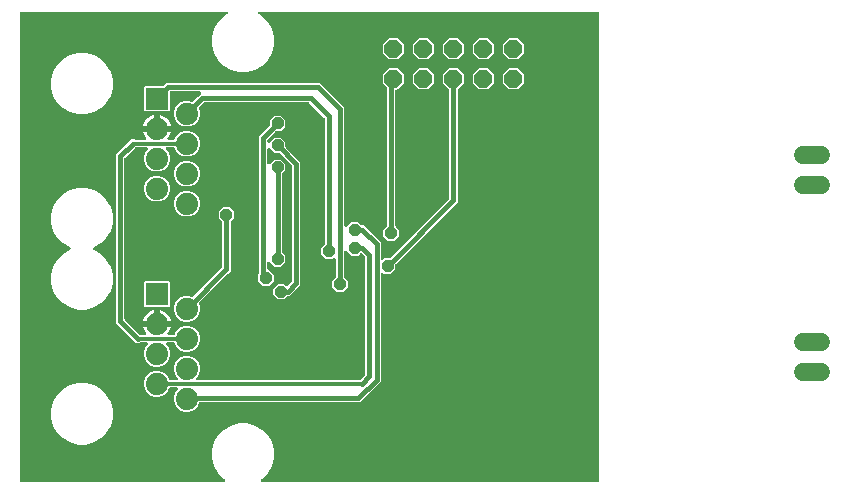
<source format=gbr>
G04 EAGLE Gerber RS-274X export*
G75*
%MOMM*%
%FSLAX34Y34*%
%LPD*%
%INBottom Copper*%
%IPPOS*%
%AMOC8*
5,1,8,0,0,1.08239X$1,22.5*%
G01*
%ADD10P,1.649562X8X22.500000*%
%ADD11C,1.879600*%
%ADD12R,1.879600X1.879600*%
%ADD13C,1.524000*%
%ADD14P,1.089317X8X22.500000*%
%ADD15C,0.406400*%
%ADD16C,0.304800*%

G36*
X183910Y11449D02*
X183910Y11449D01*
X184054Y11464D01*
X184067Y11469D01*
X184080Y11471D01*
X184216Y11524D01*
X184352Y11575D01*
X184364Y11583D01*
X184376Y11588D01*
X184494Y11673D01*
X184614Y11756D01*
X184622Y11767D01*
X184633Y11774D01*
X184727Y11887D01*
X184822Y11997D01*
X184828Y12009D01*
X184836Y12019D01*
X184898Y12151D01*
X184963Y12282D01*
X184966Y12295D01*
X184972Y12307D01*
X184999Y12449D01*
X185030Y12593D01*
X185029Y12606D01*
X185031Y12620D01*
X185022Y12765D01*
X185016Y12911D01*
X185013Y12923D01*
X185012Y12937D01*
X184967Y13075D01*
X184925Y13215D01*
X184918Y13227D01*
X184914Y13239D01*
X184836Y13363D01*
X184760Y13487D01*
X184751Y13497D01*
X184744Y13508D01*
X184637Y13608D01*
X184533Y13710D01*
X184518Y13720D01*
X184512Y13726D01*
X184497Y13734D01*
X184399Y13799D01*
X183937Y14066D01*
X179066Y18937D01*
X175622Y24902D01*
X173839Y31556D01*
X173839Y38444D01*
X175622Y45098D01*
X179066Y51063D01*
X183937Y55934D01*
X189902Y59378D01*
X196556Y61161D01*
X203444Y61161D01*
X210098Y59378D01*
X216063Y55934D01*
X220934Y51063D01*
X224378Y45098D01*
X226161Y38444D01*
X226161Y31556D01*
X224378Y24902D01*
X220934Y18937D01*
X216063Y14066D01*
X215601Y13799D01*
X215484Y13711D01*
X215367Y13626D01*
X215358Y13615D01*
X215347Y13607D01*
X215257Y13493D01*
X215164Y13381D01*
X215158Y13368D01*
X215150Y13358D01*
X215090Y13224D01*
X215028Y13093D01*
X215026Y13080D01*
X215020Y13067D01*
X214996Y12923D01*
X214969Y12781D01*
X214969Y12767D01*
X214967Y12754D01*
X214979Y12608D01*
X214988Y12463D01*
X214992Y12450D01*
X214994Y12437D01*
X215041Y12299D01*
X215086Y12161D01*
X215093Y12149D01*
X215098Y12136D01*
X215178Y12015D01*
X215256Y11892D01*
X215266Y11883D01*
X215274Y11871D01*
X215382Y11774D01*
X215488Y11674D01*
X215500Y11667D01*
X215510Y11658D01*
X215639Y11591D01*
X215767Y11520D01*
X215780Y11517D01*
X215792Y11511D01*
X215934Y11477D01*
X216075Y11441D01*
X216093Y11440D01*
X216101Y11438D01*
X216118Y11438D01*
X216235Y11431D01*
X500200Y11431D01*
X500318Y11446D01*
X500437Y11453D01*
X500475Y11466D01*
X500516Y11471D01*
X500626Y11514D01*
X500739Y11551D01*
X500774Y11573D01*
X500811Y11588D01*
X500907Y11658D01*
X501008Y11721D01*
X501036Y11751D01*
X501069Y11774D01*
X501145Y11866D01*
X501226Y11953D01*
X501246Y11988D01*
X501271Y12019D01*
X501322Y12127D01*
X501380Y12231D01*
X501390Y12271D01*
X501407Y12307D01*
X501429Y12424D01*
X501459Y12539D01*
X501463Y12600D01*
X501467Y12620D01*
X501465Y12640D01*
X501469Y12700D01*
X501469Y408570D01*
X501454Y408688D01*
X501447Y408807D01*
X501434Y408845D01*
X501429Y408886D01*
X501386Y408996D01*
X501349Y409109D01*
X501327Y409144D01*
X501312Y409181D01*
X501243Y409277D01*
X501179Y409378D01*
X501149Y409406D01*
X501126Y409439D01*
X501034Y409515D01*
X500947Y409596D01*
X500912Y409616D01*
X500881Y409641D01*
X500773Y409692D01*
X500669Y409750D01*
X500629Y409760D01*
X500593Y409777D01*
X500476Y409799D01*
X500361Y409829D01*
X500301Y409833D01*
X500281Y409837D01*
X500260Y409835D01*
X500200Y409839D01*
X214035Y409839D01*
X213891Y409821D01*
X213746Y409806D01*
X213733Y409801D01*
X213720Y409799D01*
X213585Y409746D01*
X213448Y409695D01*
X213437Y409687D01*
X213424Y409682D01*
X213307Y409597D01*
X213187Y409514D01*
X213178Y409503D01*
X213167Y409496D01*
X213074Y409384D01*
X212979Y409273D01*
X212973Y409261D01*
X212964Y409251D01*
X212902Y409119D01*
X212837Y408988D01*
X212834Y408975D01*
X212829Y408963D01*
X212801Y408820D01*
X212771Y408677D01*
X212771Y408664D01*
X212769Y408651D01*
X212778Y408506D01*
X212784Y408360D01*
X212788Y408346D01*
X212789Y408333D01*
X212833Y408195D01*
X212875Y408055D01*
X212882Y408043D01*
X212887Y408031D01*
X212964Y407908D01*
X213040Y407783D01*
X213049Y407773D01*
X213057Y407762D01*
X213163Y407662D01*
X213267Y407560D01*
X213282Y407550D01*
X213288Y407544D01*
X213303Y407536D01*
X213401Y407471D01*
X216063Y405934D01*
X220934Y401063D01*
X224378Y395098D01*
X226161Y388444D01*
X226161Y381556D01*
X224378Y374902D01*
X220934Y368937D01*
X216063Y364066D01*
X210098Y360622D01*
X203444Y358839D01*
X196556Y358839D01*
X189902Y360622D01*
X183937Y364066D01*
X179066Y368937D01*
X175622Y374902D01*
X173839Y381556D01*
X173839Y388444D01*
X175622Y395098D01*
X179066Y401063D01*
X183937Y405934D01*
X186599Y407471D01*
X186715Y407559D01*
X186833Y407644D01*
X186842Y407655D01*
X186852Y407663D01*
X186943Y407777D01*
X187036Y407889D01*
X187042Y407902D01*
X187050Y407912D01*
X187110Y408046D01*
X187171Y408177D01*
X187174Y408190D01*
X187180Y408203D01*
X187204Y408347D01*
X187231Y408490D01*
X187230Y408503D01*
X187233Y408516D01*
X187220Y408662D01*
X187211Y408807D01*
X187207Y408820D01*
X187206Y408833D01*
X187158Y408971D01*
X187113Y409109D01*
X187106Y409121D01*
X187102Y409134D01*
X187021Y409255D01*
X186943Y409378D01*
X186933Y409387D01*
X186926Y409399D01*
X186818Y409496D01*
X186712Y409596D01*
X186700Y409603D01*
X186690Y409612D01*
X186561Y409679D01*
X186433Y409750D01*
X186420Y409753D01*
X186408Y409759D01*
X186266Y409793D01*
X186125Y409829D01*
X186107Y409830D01*
X186099Y409832D01*
X186081Y409832D01*
X185965Y409839D01*
X12700Y409839D01*
X12582Y409824D01*
X12463Y409817D01*
X12425Y409804D01*
X12384Y409799D01*
X12274Y409756D01*
X12161Y409719D01*
X12126Y409697D01*
X12089Y409682D01*
X11993Y409613D01*
X11892Y409549D01*
X11864Y409519D01*
X11831Y409496D01*
X11756Y409404D01*
X11674Y409317D01*
X11654Y409282D01*
X11629Y409251D01*
X11578Y409143D01*
X11520Y409039D01*
X11510Y408999D01*
X11493Y408963D01*
X11471Y408846D01*
X11441Y408731D01*
X11437Y408671D01*
X11433Y408651D01*
X11435Y408630D01*
X11431Y408570D01*
X11431Y12700D01*
X11446Y12582D01*
X11453Y12463D01*
X11466Y12425D01*
X11471Y12384D01*
X11514Y12274D01*
X11551Y12161D01*
X11573Y12126D01*
X11588Y12089D01*
X11658Y11993D01*
X11721Y11892D01*
X11751Y11864D01*
X11774Y11831D01*
X11866Y11756D01*
X11953Y11674D01*
X11988Y11654D01*
X12019Y11629D01*
X12127Y11578D01*
X12231Y11520D01*
X12271Y11510D01*
X12307Y11493D01*
X12424Y11471D01*
X12539Y11441D01*
X12600Y11437D01*
X12620Y11433D01*
X12640Y11435D01*
X12700Y11431D01*
X183765Y11431D01*
X183910Y11449D01*
G37*
%LPC*%
G36*
X150227Y71227D02*
X150227Y71227D01*
X146213Y72890D01*
X143140Y75963D01*
X141477Y79977D01*
X141477Y84323D01*
X143140Y88337D01*
X144437Y89635D01*
X144523Y89744D01*
X144611Y89851D01*
X144620Y89870D01*
X144632Y89886D01*
X144688Y90013D01*
X144747Y90139D01*
X144751Y90159D01*
X144759Y90178D01*
X144781Y90316D01*
X144807Y90452D01*
X144805Y90472D01*
X144809Y90492D01*
X144796Y90631D01*
X144787Y90769D01*
X144781Y90788D01*
X144779Y90808D01*
X144732Y90940D01*
X144689Y91071D01*
X144678Y91089D01*
X144671Y91108D01*
X144593Y91223D01*
X144519Y91340D01*
X144504Y91354D01*
X144493Y91371D01*
X144388Y91463D01*
X144287Y91558D01*
X144269Y91568D01*
X144254Y91581D01*
X144130Y91645D01*
X144009Y91712D01*
X143989Y91717D01*
X143971Y91726D01*
X143835Y91756D01*
X143701Y91791D01*
X143673Y91793D01*
X143661Y91796D01*
X143640Y91795D01*
X143540Y91801D01*
X138408Y91801D01*
X138379Y91798D01*
X138349Y91800D01*
X138221Y91778D01*
X138092Y91761D01*
X138065Y91751D01*
X138036Y91746D01*
X137917Y91692D01*
X137797Y91644D01*
X137773Y91627D01*
X137746Y91615D01*
X137644Y91534D01*
X137539Y91458D01*
X137521Y91435D01*
X137497Y91416D01*
X137419Y91313D01*
X137337Y91213D01*
X137324Y91186D01*
X137306Y91162D01*
X137235Y91018D01*
X136260Y88663D01*
X133187Y85590D01*
X129173Y83927D01*
X124827Y83927D01*
X120813Y85590D01*
X117740Y88663D01*
X116077Y92677D01*
X116077Y97023D01*
X117740Y101037D01*
X120813Y104110D01*
X124827Y105773D01*
X129173Y105773D01*
X133187Y104110D01*
X136260Y101037D01*
X137235Y98682D01*
X137250Y98657D01*
X137259Y98629D01*
X137328Y98519D01*
X137393Y98406D01*
X137413Y98385D01*
X137429Y98360D01*
X137524Y98271D01*
X137614Y98178D01*
X137639Y98162D01*
X137661Y98142D01*
X137775Y98079D01*
X137885Y98011D01*
X137913Y98003D01*
X137939Y97988D01*
X138065Y97956D01*
X138189Y97918D01*
X138219Y97916D01*
X138247Y97909D01*
X138408Y97899D01*
X143540Y97899D01*
X143678Y97916D01*
X143816Y97929D01*
X143835Y97936D01*
X143856Y97939D01*
X143985Y97990D01*
X144116Y98037D01*
X144132Y98048D01*
X144151Y98056D01*
X144263Y98137D01*
X144379Y98215D01*
X144392Y98231D01*
X144409Y98242D01*
X144497Y98350D01*
X144589Y98454D01*
X144598Y98472D01*
X144611Y98487D01*
X144671Y98613D01*
X144734Y98737D01*
X144738Y98757D01*
X144747Y98775D01*
X144773Y98912D01*
X144803Y99047D01*
X144803Y99068D01*
X144807Y99087D01*
X144798Y99226D01*
X144794Y99365D01*
X144788Y99385D01*
X144787Y99405D01*
X144744Y99537D01*
X144705Y99671D01*
X144695Y99688D01*
X144689Y99707D01*
X144614Y99825D01*
X144544Y99945D01*
X144525Y99966D01*
X144519Y99976D01*
X144504Y99990D01*
X144437Y100065D01*
X143140Y101363D01*
X141477Y105377D01*
X141477Y109723D01*
X143140Y113737D01*
X146213Y116810D01*
X150227Y118473D01*
X154573Y118473D01*
X158587Y116810D01*
X161660Y113737D01*
X163323Y109723D01*
X163323Y105377D01*
X161660Y101363D01*
X160363Y100065D01*
X160277Y99956D01*
X160189Y99849D01*
X160180Y99830D01*
X160168Y99814D01*
X160112Y99687D01*
X160053Y99561D01*
X160049Y99541D01*
X160041Y99522D01*
X160019Y99384D01*
X159993Y99248D01*
X159995Y99228D01*
X159991Y99208D01*
X160004Y99069D01*
X160013Y98931D01*
X160019Y98912D01*
X160021Y98892D01*
X160068Y98760D01*
X160111Y98629D01*
X160122Y98611D01*
X160129Y98592D01*
X160207Y98477D01*
X160281Y98360D01*
X160296Y98346D01*
X160307Y98329D01*
X160412Y98237D01*
X160513Y98142D01*
X160531Y98132D01*
X160546Y98119D01*
X160670Y98055D01*
X160791Y97988D01*
X160811Y97983D01*
X160829Y97974D01*
X160965Y97944D01*
X161099Y97909D01*
X161127Y97907D01*
X161139Y97904D01*
X161160Y97905D01*
X161260Y97899D01*
X297843Y97899D01*
X297941Y97911D01*
X298040Y97914D01*
X298098Y97931D01*
X298159Y97939D01*
X298251Y97975D01*
X298346Y98003D01*
X298398Y98033D01*
X298454Y98056D01*
X298534Y98114D01*
X298620Y98164D01*
X298695Y98230D01*
X298712Y98242D01*
X298719Y98252D01*
X298741Y98270D01*
X302972Y102501D01*
X303032Y102580D01*
X303100Y102652D01*
X303129Y102705D01*
X303166Y102753D01*
X303206Y102844D01*
X303254Y102930D01*
X303269Y102989D01*
X303293Y103045D01*
X303308Y103143D01*
X303333Y103238D01*
X303339Y103338D01*
X303343Y103359D01*
X303341Y103371D01*
X303343Y103399D01*
X303343Y201701D01*
X303331Y201799D01*
X303328Y201898D01*
X303311Y201956D01*
X303303Y202017D01*
X303267Y202109D01*
X303239Y202204D01*
X303209Y202256D01*
X303186Y202312D01*
X303128Y202392D01*
X303078Y202478D01*
X303012Y202553D01*
X303000Y202570D01*
X302990Y202577D01*
X302972Y202599D01*
X300619Y204951D01*
X300525Y205024D01*
X300436Y205103D01*
X300400Y205121D01*
X300368Y205146D01*
X300258Y205194D01*
X300152Y205248D01*
X300113Y205256D01*
X300076Y205273D01*
X299958Y205291D01*
X299842Y205317D01*
X299802Y205316D01*
X299762Y205322D01*
X299643Y205311D01*
X299524Y205308D01*
X299485Y205296D01*
X299445Y205293D01*
X299333Y205252D01*
X299219Y205219D01*
X299184Y205199D01*
X299146Y205185D01*
X299047Y205118D01*
X298945Y205058D01*
X298899Y205018D01*
X298883Y205006D01*
X298869Y204991D01*
X298824Y204951D01*
X297216Y203343D01*
X291784Y203343D01*
X287823Y207304D01*
X287714Y207389D01*
X287607Y207478D01*
X287588Y207486D01*
X287572Y207499D01*
X287444Y207554D01*
X287319Y207613D01*
X287299Y207617D01*
X287280Y207625D01*
X287142Y207647D01*
X287006Y207673D01*
X286986Y207672D01*
X286966Y207675D01*
X286827Y207662D01*
X286689Y207653D01*
X286670Y207647D01*
X286650Y207645D01*
X286518Y207598D01*
X286387Y207555D01*
X286369Y207545D01*
X286350Y207538D01*
X286235Y207460D01*
X286118Y207385D01*
X286104Y207370D01*
X286087Y207359D01*
X285995Y207255D01*
X285900Y207154D01*
X285890Y207136D01*
X285877Y207121D01*
X285813Y206997D01*
X285746Y206875D01*
X285741Y206856D01*
X285732Y206837D01*
X285702Y206702D01*
X285667Y206567D01*
X285665Y206539D01*
X285662Y206527D01*
X285663Y206507D01*
X285657Y206406D01*
X285657Y185142D01*
X285669Y185043D01*
X285672Y184944D01*
X285689Y184886D01*
X285697Y184826D01*
X285733Y184734D01*
X285761Y184639D01*
X285791Y184587D01*
X285814Y184530D01*
X285872Y184450D01*
X285922Y184365D01*
X285988Y184290D01*
X286000Y184273D01*
X286010Y184265D01*
X286028Y184244D01*
X288657Y181616D01*
X288657Y176184D01*
X284816Y172343D01*
X279384Y172343D01*
X275543Y176184D01*
X275543Y181616D01*
X278172Y184244D01*
X278232Y184322D01*
X278300Y184394D01*
X278329Y184447D01*
X278366Y184495D01*
X278406Y184586D01*
X278454Y184673D01*
X278469Y184732D01*
X278493Y184787D01*
X278508Y184885D01*
X278533Y184981D01*
X278539Y185081D01*
X278543Y185101D01*
X278541Y185114D01*
X278543Y185142D01*
X278543Y200206D01*
X278526Y200344D01*
X278513Y200483D01*
X278506Y200502D01*
X278503Y200522D01*
X278452Y200651D01*
X278405Y200782D01*
X278394Y200799D01*
X278386Y200818D01*
X278305Y200930D01*
X278227Y201045D01*
X278211Y201059D01*
X278200Y201075D01*
X278092Y201164D01*
X277988Y201256D01*
X277970Y201265D01*
X277955Y201278D01*
X277829Y201337D01*
X277705Y201400D01*
X277685Y201405D01*
X277667Y201413D01*
X277530Y201439D01*
X277395Y201470D01*
X277374Y201469D01*
X277355Y201473D01*
X277216Y201465D01*
X277077Y201460D01*
X277057Y201455D01*
X277037Y201453D01*
X276905Y201411D01*
X276771Y201372D01*
X276754Y201362D01*
X276735Y201355D01*
X276617Y201281D01*
X276497Y201210D01*
X276476Y201192D01*
X276466Y201185D01*
X276452Y201170D01*
X276377Y201104D01*
X275516Y200243D01*
X270084Y200243D01*
X266243Y204084D01*
X266243Y209516D01*
X268872Y212144D01*
X268932Y212222D01*
X269000Y212294D01*
X269029Y212347D01*
X269066Y212395D01*
X269106Y212486D01*
X269154Y212573D01*
X269169Y212632D01*
X269193Y212687D01*
X269208Y212785D01*
X269233Y212881D01*
X269239Y212981D01*
X269243Y213001D01*
X269241Y213014D01*
X269243Y213042D01*
X269243Y319201D01*
X269231Y319299D01*
X269228Y319398D01*
X269211Y319456D01*
X269203Y319517D01*
X269167Y319609D01*
X269139Y319704D01*
X269109Y319756D01*
X269086Y319812D01*
X269028Y319892D01*
X268978Y319978D01*
X268912Y320053D01*
X268900Y320070D01*
X268890Y320077D01*
X268872Y320099D01*
X256199Y332772D01*
X256120Y332832D01*
X256048Y332900D01*
X255995Y332929D01*
X255947Y332966D01*
X255856Y333006D01*
X255770Y333054D01*
X255711Y333069D01*
X255655Y333093D01*
X255557Y333108D01*
X255462Y333133D01*
X255362Y333139D01*
X255341Y333143D01*
X255329Y333141D01*
X255301Y333143D01*
X167549Y333143D01*
X167451Y333131D01*
X167352Y333128D01*
X167294Y333111D01*
X167233Y333103D01*
X167141Y333067D01*
X167046Y333039D01*
X166994Y333009D01*
X166938Y332986D01*
X166858Y332928D01*
X166772Y332878D01*
X166697Y332812D01*
X166680Y332800D01*
X166673Y332790D01*
X166651Y332772D01*
X162833Y328953D01*
X162815Y328929D01*
X162792Y328910D01*
X162718Y328804D01*
X162638Y328702D01*
X162626Y328674D01*
X162609Y328650D01*
X162563Y328529D01*
X162512Y328410D01*
X162507Y328381D01*
X162496Y328353D01*
X162482Y328224D01*
X162462Y328096D01*
X162464Y328066D01*
X162461Y328037D01*
X162479Y327908D01*
X162492Y327779D01*
X162502Y327751D01*
X162506Y327722D01*
X162558Y327570D01*
X163323Y325723D01*
X163323Y321377D01*
X161660Y317363D01*
X158587Y314290D01*
X154573Y312627D01*
X150227Y312627D01*
X146213Y314290D01*
X143140Y317363D01*
X141477Y321377D01*
X141477Y325723D01*
X143140Y329737D01*
X146213Y332810D01*
X150227Y334473D01*
X154573Y334473D01*
X156420Y333708D01*
X156448Y333700D01*
X156474Y333686D01*
X156601Y333658D01*
X156726Y333624D01*
X156756Y333623D01*
X156785Y333617D01*
X156914Y333621D01*
X157044Y333619D01*
X157073Y333626D01*
X157103Y333626D01*
X157227Y333663D01*
X157354Y333693D01*
X157380Y333707D01*
X157408Y333715D01*
X157520Y333781D01*
X157635Y333842D01*
X157657Y333861D01*
X157682Y333876D01*
X157803Y333983D01*
X161622Y337801D01*
X164097Y340277D01*
X164182Y340386D01*
X164270Y340493D01*
X164279Y340512D01*
X164292Y340528D01*
X164347Y340656D01*
X164406Y340781D01*
X164410Y340801D01*
X164418Y340820D01*
X164440Y340958D01*
X164466Y341094D01*
X164465Y341114D01*
X164468Y341134D01*
X164455Y341273D01*
X164446Y341411D01*
X164440Y341430D01*
X164438Y341450D01*
X164391Y341582D01*
X164348Y341713D01*
X164337Y341731D01*
X164330Y341750D01*
X164252Y341865D01*
X164178Y341982D01*
X164163Y341996D01*
X164152Y342013D01*
X164047Y342105D01*
X163946Y342200D01*
X163929Y342210D01*
X163913Y342223D01*
X163789Y342287D01*
X163668Y342354D01*
X163648Y342359D01*
X163630Y342368D01*
X163494Y342398D01*
X163360Y342433D01*
X163332Y342435D01*
X163320Y342438D01*
X163299Y342437D01*
X163199Y342443D01*
X139192Y342443D01*
X139074Y342428D01*
X138955Y342421D01*
X138917Y342408D01*
X138876Y342403D01*
X138766Y342360D01*
X138653Y342323D01*
X138618Y342301D01*
X138581Y342286D01*
X138485Y342217D01*
X138384Y342153D01*
X138356Y342123D01*
X138323Y342100D01*
X138247Y342008D01*
X138166Y341921D01*
X138146Y341886D01*
X138121Y341855D01*
X138070Y341747D01*
X138012Y341643D01*
X138002Y341603D01*
X137985Y341567D01*
X137963Y341450D01*
X137933Y341335D01*
X137929Y341275D01*
X137925Y341255D01*
X137927Y341234D01*
X137923Y341174D01*
X137923Y326220D01*
X137030Y325327D01*
X116970Y325327D01*
X116077Y326220D01*
X116077Y346280D01*
X116970Y347173D01*
X132367Y347173D01*
X132465Y347185D01*
X132564Y347188D01*
X132622Y347205D01*
X132683Y347213D01*
X132775Y347249D01*
X132870Y347277D01*
X132922Y347307D01*
X132978Y347330D01*
X133058Y347388D01*
X133144Y347438D01*
X133219Y347504D01*
X133236Y347516D01*
X133243Y347526D01*
X133265Y347544D01*
X135277Y349557D01*
X264973Y349557D01*
X285657Y328873D01*
X285657Y228894D01*
X285674Y228756D01*
X285687Y228617D01*
X285694Y228598D01*
X285697Y228578D01*
X285748Y228449D01*
X285795Y228318D01*
X285806Y228301D01*
X285814Y228282D01*
X285895Y228170D01*
X285973Y228055D01*
X285989Y228041D01*
X286000Y228025D01*
X286108Y227936D01*
X286212Y227844D01*
X286230Y227835D01*
X286245Y227822D01*
X286371Y227763D01*
X286495Y227700D01*
X286515Y227695D01*
X286533Y227687D01*
X286669Y227661D01*
X286805Y227630D01*
X286826Y227631D01*
X286845Y227627D01*
X286984Y227635D01*
X287123Y227640D01*
X287143Y227645D01*
X287163Y227647D01*
X287295Y227689D01*
X287429Y227728D01*
X287446Y227738D01*
X287465Y227745D01*
X287583Y227819D01*
X287703Y227890D01*
X287724Y227908D01*
X287734Y227915D01*
X287748Y227930D01*
X287823Y227996D01*
X291784Y231957D01*
X297216Y231957D01*
X299844Y229328D01*
X299922Y229268D01*
X299994Y229200D01*
X300047Y229171D01*
X300095Y229134D01*
X300186Y229094D01*
X300273Y229046D01*
X300332Y229031D01*
X300387Y229007D01*
X300485Y228992D01*
X300581Y228967D01*
X300681Y228961D01*
X300701Y228957D01*
X300714Y228959D01*
X300742Y228957D01*
X302173Y228957D01*
X304628Y226502D01*
X304628Y226501D01*
X314201Y216928D01*
X314202Y216928D01*
X316657Y214473D01*
X316657Y200994D01*
X316674Y200855D01*
X316687Y200717D01*
X316694Y200698D01*
X316697Y200678D01*
X316748Y200549D01*
X316795Y200418D01*
X316806Y200401D01*
X316814Y200382D01*
X316895Y200270D01*
X316973Y200155D01*
X316989Y200141D01*
X317000Y200125D01*
X317108Y200036D01*
X317212Y199944D01*
X317230Y199935D01*
X317245Y199922D01*
X317371Y199863D01*
X317495Y199800D01*
X317515Y199795D01*
X317533Y199787D01*
X317670Y199761D01*
X317805Y199730D01*
X317826Y199731D01*
X317845Y199727D01*
X317984Y199735D01*
X318123Y199740D01*
X318143Y199745D01*
X318163Y199747D01*
X318295Y199789D01*
X318429Y199828D01*
X318446Y199838D01*
X318465Y199845D01*
X318583Y199919D01*
X318703Y199990D01*
X318724Y200008D01*
X318734Y200015D01*
X318748Y200030D01*
X318823Y200096D01*
X319684Y200957D01*
X323401Y200957D01*
X323499Y200969D01*
X323598Y200972D01*
X323656Y200989D01*
X323717Y200997D01*
X323809Y201033D01*
X323904Y201061D01*
X323956Y201091D01*
X324012Y201114D01*
X324092Y201172D01*
X324178Y201222D01*
X324253Y201288D01*
X324270Y201300D01*
X324277Y201310D01*
X324299Y201328D01*
X374172Y251201D01*
X374232Y251280D01*
X374300Y251352D01*
X374329Y251405D01*
X374366Y251453D01*
X374406Y251544D01*
X374454Y251630D01*
X374469Y251689D01*
X374493Y251745D01*
X374508Y251843D01*
X374533Y251938D01*
X374539Y252038D01*
X374543Y252059D01*
X374541Y252071D01*
X374543Y252099D01*
X374543Y343198D01*
X374531Y343297D01*
X374528Y343396D01*
X374511Y343454D01*
X374503Y343514D01*
X374467Y343606D01*
X374439Y343701D01*
X374409Y343753D01*
X374386Y343810D01*
X374328Y343890D01*
X374278Y343975D01*
X374212Y344050D01*
X374200Y344067D01*
X374190Y344075D01*
X374172Y344096D01*
X368955Y349312D01*
X368955Y356888D01*
X374312Y362245D01*
X381888Y362245D01*
X387245Y356888D01*
X387245Y349312D01*
X382028Y344096D01*
X381968Y344018D01*
X381900Y343946D01*
X381871Y343893D01*
X381834Y343845D01*
X381794Y343754D01*
X381746Y343667D01*
X381731Y343608D01*
X381707Y343553D01*
X381692Y343455D01*
X381667Y343359D01*
X381661Y343259D01*
X381657Y343239D01*
X381659Y343226D01*
X381657Y343198D01*
X381657Y252299D01*
X381669Y252201D01*
X381672Y252102D01*
X381689Y252044D01*
X381697Y251983D01*
X381733Y251891D01*
X381757Y251809D01*
X381757Y248727D01*
X329328Y196299D01*
X329268Y196220D01*
X329200Y196148D01*
X329171Y196095D01*
X329134Y196047D01*
X329094Y195956D01*
X329046Y195870D01*
X329031Y195811D01*
X329007Y195755D01*
X328992Y195657D01*
X328967Y195562D01*
X328961Y195462D01*
X328957Y195441D01*
X328959Y195429D01*
X328957Y195401D01*
X328957Y191684D01*
X325116Y187843D01*
X319684Y187843D01*
X318823Y188704D01*
X318714Y188789D01*
X318607Y188878D01*
X318588Y188887D01*
X318572Y188899D01*
X318445Y188954D01*
X318319Y189013D01*
X318299Y189017D01*
X318280Y189025D01*
X318142Y189047D01*
X318006Y189073D01*
X317986Y189072D01*
X317966Y189075D01*
X317827Y189062D01*
X317689Y189053D01*
X317670Y189047D01*
X317650Y189045D01*
X317518Y188998D01*
X317387Y188955D01*
X317369Y188945D01*
X317350Y188938D01*
X317235Y188860D01*
X317118Y188785D01*
X317104Y188770D01*
X317087Y188759D01*
X316995Y188655D01*
X316900Y188554D01*
X316890Y188536D01*
X316877Y188521D01*
X316814Y188397D01*
X316746Y188275D01*
X316741Y188255D01*
X316732Y188237D01*
X316702Y188102D01*
X316667Y187967D01*
X316665Y187939D01*
X316662Y187927D01*
X316663Y187907D01*
X316657Y187806D01*
X316657Y96827D01*
X299073Y79243D01*
X163867Y79243D01*
X163838Y79240D01*
X163808Y79242D01*
X163680Y79220D01*
X163551Y79203D01*
X163524Y79193D01*
X163495Y79188D01*
X163376Y79134D01*
X163256Y79086D01*
X163232Y79069D01*
X163205Y79057D01*
X163103Y78976D01*
X162998Y78900D01*
X162979Y78877D01*
X162956Y78858D01*
X162878Y78755D01*
X162795Y78655D01*
X162783Y78628D01*
X162765Y78604D01*
X162694Y78460D01*
X161660Y75963D01*
X158587Y72890D01*
X154573Y71227D01*
X150227Y71227D01*
G37*
%LPD*%
%LPC*%
G36*
X60056Y157589D02*
X60056Y157589D01*
X53402Y159372D01*
X47437Y162816D01*
X42566Y167687D01*
X39122Y173652D01*
X37339Y180306D01*
X37339Y187194D01*
X39122Y193848D01*
X42566Y199813D01*
X47437Y204684D01*
X53355Y208101D01*
X53461Y208181D01*
X53570Y208256D01*
X53587Y208277D01*
X53609Y208293D01*
X53691Y208397D01*
X53778Y208497D01*
X53790Y208521D01*
X53806Y208542D01*
X53860Y208663D01*
X53919Y208782D01*
X53925Y208808D01*
X53936Y208833D01*
X53958Y208963D01*
X53985Y209093D01*
X53984Y209120D01*
X53989Y209146D01*
X53978Y209278D01*
X53972Y209411D01*
X53965Y209436D01*
X53962Y209463D01*
X53919Y209588D01*
X53881Y209715D01*
X53867Y209738D01*
X53858Y209764D01*
X53785Y209874D01*
X53716Y209987D01*
X53697Y210006D01*
X53682Y210029D01*
X53584Y210117D01*
X53489Y210210D01*
X53457Y210231D01*
X53446Y210242D01*
X53427Y210252D01*
X53355Y210299D01*
X47437Y213716D01*
X42566Y218587D01*
X39122Y224552D01*
X37339Y231206D01*
X37339Y238094D01*
X39122Y244748D01*
X42566Y250713D01*
X47437Y255584D01*
X53402Y259028D01*
X60056Y260811D01*
X66944Y260811D01*
X73598Y259028D01*
X79563Y255584D01*
X84434Y250713D01*
X87878Y244748D01*
X89661Y238094D01*
X89661Y231206D01*
X87878Y224552D01*
X84434Y218587D01*
X79563Y213716D01*
X73645Y210299D01*
X73539Y210219D01*
X73430Y210144D01*
X73413Y210123D01*
X73391Y210107D01*
X73309Y210003D01*
X73222Y209903D01*
X73210Y209879D01*
X73194Y209858D01*
X73140Y209737D01*
X73081Y209618D01*
X73075Y209592D01*
X73064Y209567D01*
X73042Y209437D01*
X73015Y209307D01*
X73016Y209280D01*
X73011Y209254D01*
X73022Y209122D01*
X73028Y208990D01*
X73035Y208964D01*
X73038Y208937D01*
X73081Y208812D01*
X73119Y208685D01*
X73133Y208662D01*
X73142Y208636D01*
X73215Y208526D01*
X73284Y208413D01*
X73303Y208394D01*
X73318Y208371D01*
X73416Y208283D01*
X73511Y208190D01*
X73542Y208169D01*
X73554Y208158D01*
X73573Y208148D01*
X73645Y208101D01*
X79563Y204684D01*
X84434Y199813D01*
X87878Y193848D01*
X89661Y187194D01*
X89661Y180306D01*
X87878Y173652D01*
X84434Y167687D01*
X79563Y162816D01*
X73598Y159372D01*
X66944Y157589D01*
X60056Y157589D01*
G37*
%LPD*%
%LPC*%
G36*
X229272Y166143D02*
X229272Y166143D01*
X225431Y169984D01*
X225431Y175416D01*
X229272Y179257D01*
X234704Y179257D01*
X236118Y177843D01*
X236212Y177770D01*
X236301Y177691D01*
X236337Y177672D01*
X236369Y177648D01*
X236478Y177600D01*
X236584Y177546D01*
X236624Y177537D01*
X236661Y177521D01*
X236779Y177503D01*
X236894Y177477D01*
X236935Y177478D01*
X236975Y177471D01*
X237093Y177483D01*
X237212Y177486D01*
X237251Y177497D01*
X237291Y177501D01*
X237404Y177542D01*
X237518Y177575D01*
X237553Y177595D01*
X237591Y177609D01*
X237689Y177676D01*
X237792Y177736D01*
X237837Y177776D01*
X237854Y177787D01*
X237867Y177803D01*
X237913Y177843D01*
X240972Y180901D01*
X241032Y180980D01*
X241100Y181052D01*
X241129Y181105D01*
X241166Y181153D01*
X241206Y181244D01*
X241254Y181330D01*
X241269Y181389D01*
X241293Y181445D01*
X241308Y181543D01*
X241333Y181638D01*
X241339Y181738D01*
X241343Y181759D01*
X241341Y181771D01*
X241343Y181799D01*
X241343Y279201D01*
X241331Y279299D01*
X241328Y279398D01*
X241311Y279456D01*
X241303Y279517D01*
X241267Y279609D01*
X241239Y279704D01*
X241209Y279756D01*
X241186Y279812D01*
X241128Y279892D01*
X241078Y279978D01*
X241012Y280053D01*
X241000Y280070D01*
X240990Y280077D01*
X240972Y280099D01*
X231299Y289772D01*
X231220Y289832D01*
X231148Y289900D01*
X231095Y289929D01*
X231047Y289966D01*
X230956Y290006D01*
X230870Y290054D01*
X230811Y290069D01*
X230755Y290093D01*
X230657Y290108D01*
X230562Y290133D01*
X230462Y290139D01*
X230441Y290143D01*
X230429Y290141D01*
X230401Y290143D01*
X226684Y290143D01*
X222723Y294104D01*
X222644Y294165D01*
X222575Y294230D01*
X222541Y294249D01*
X222507Y294278D01*
X222488Y294286D01*
X222472Y294299D01*
X222373Y294342D01*
X222297Y294384D01*
X222263Y294393D01*
X222219Y294413D01*
X222199Y294417D01*
X222180Y294425D01*
X222066Y294443D01*
X221989Y294463D01*
X221943Y294466D01*
X221906Y294473D01*
X221886Y294472D01*
X221866Y294475D01*
X221841Y294473D01*
X221828Y294474D01*
X221826Y294474D01*
X221757Y294465D01*
X221727Y294462D01*
X221589Y294453D01*
X221570Y294447D01*
X221550Y294445D01*
X221521Y294435D01*
X221510Y294434D01*
X221442Y294406D01*
X221418Y294398D01*
X221287Y294355D01*
X221269Y294345D01*
X221250Y294338D01*
X221226Y294321D01*
X221215Y294317D01*
X221149Y294269D01*
X221135Y294260D01*
X221018Y294185D01*
X221004Y294170D01*
X220987Y294159D01*
X220968Y294138D01*
X220957Y294130D01*
X220898Y294058D01*
X220895Y294055D01*
X220800Y293954D01*
X220790Y293936D01*
X220777Y293921D01*
X220765Y293897D01*
X220755Y293885D01*
X220711Y293792D01*
X220646Y293675D01*
X220641Y293656D01*
X220632Y293637D01*
X220627Y293613D01*
X220619Y293597D01*
X220598Y293489D01*
X220567Y293367D01*
X220565Y293339D01*
X220562Y293327D01*
X220563Y293307D01*
X220563Y293304D01*
X220559Y293285D01*
X220560Y293266D01*
X220557Y293206D01*
X220557Y281594D01*
X220574Y281456D01*
X220587Y281317D01*
X220594Y281298D01*
X220597Y281278D01*
X220648Y281149D01*
X220695Y281018D01*
X220706Y281001D01*
X220714Y280982D01*
X220795Y280870D01*
X220873Y280755D01*
X220889Y280741D01*
X220900Y280725D01*
X221008Y280636D01*
X221112Y280544D01*
X221130Y280535D01*
X221145Y280522D01*
X221271Y280463D01*
X221395Y280400D01*
X221415Y280395D01*
X221433Y280387D01*
X221569Y280361D01*
X221705Y280330D01*
X221726Y280331D01*
X221745Y280327D01*
X221884Y280335D01*
X222023Y280340D01*
X222043Y280345D01*
X222063Y280347D01*
X222195Y280389D01*
X222329Y280428D01*
X222346Y280438D01*
X222365Y280445D01*
X222483Y280519D01*
X222603Y280590D01*
X222624Y280608D01*
X222634Y280615D01*
X222648Y280630D01*
X222723Y280696D01*
X226684Y284657D01*
X232116Y284657D01*
X235957Y280816D01*
X235957Y275384D01*
X233328Y272756D01*
X233268Y272678D01*
X233200Y272606D01*
X233171Y272553D01*
X233134Y272505D01*
X233094Y272414D01*
X233046Y272327D01*
X233031Y272268D01*
X233007Y272213D01*
X232992Y272115D01*
X232967Y272019D01*
X232961Y271919D01*
X232957Y271899D01*
X232959Y271886D01*
X232957Y271858D01*
X232957Y206842D01*
X232969Y206743D01*
X232972Y206644D01*
X232989Y206586D01*
X232997Y206526D01*
X233033Y206434D01*
X233061Y206339D01*
X233091Y206287D01*
X233114Y206230D01*
X233172Y206150D01*
X233222Y206065D01*
X233288Y205990D01*
X233300Y205973D01*
X233310Y205965D01*
X233328Y205944D01*
X235957Y203316D01*
X235957Y197884D01*
X232116Y194043D01*
X226684Y194043D01*
X222723Y198004D01*
X222614Y198089D01*
X222507Y198178D01*
X222488Y198186D01*
X222472Y198199D01*
X222344Y198254D01*
X222219Y198313D01*
X222199Y198317D01*
X222180Y198325D01*
X222042Y198347D01*
X221906Y198373D01*
X221886Y198372D01*
X221866Y198375D01*
X221727Y198362D01*
X221589Y198353D01*
X221570Y198347D01*
X221550Y198345D01*
X221418Y198298D01*
X221287Y198255D01*
X221269Y198245D01*
X221250Y198238D01*
X221135Y198160D01*
X221018Y198085D01*
X221004Y198070D01*
X220987Y198059D01*
X220895Y197955D01*
X220800Y197854D01*
X220790Y197836D01*
X220777Y197821D01*
X220713Y197697D01*
X220646Y197575D01*
X220641Y197556D01*
X220632Y197537D01*
X220602Y197402D01*
X220567Y197267D01*
X220565Y197239D01*
X220562Y197227D01*
X220563Y197207D01*
X220557Y197106D01*
X220557Y192284D01*
X220572Y192166D01*
X220579Y192048D01*
X220592Y192009D01*
X220597Y191969D01*
X220640Y191858D01*
X220677Y191745D01*
X220699Y191711D01*
X220714Y191673D01*
X220783Y191577D01*
X220847Y191476D01*
X220877Y191449D01*
X220900Y191416D01*
X220992Y191340D01*
X221079Y191258D01*
X221114Y191239D01*
X221145Y191213D01*
X221253Y191162D01*
X221357Y191105D01*
X221397Y191095D01*
X221433Y191078D01*
X221550Y191055D01*
X221665Y191025D01*
X221725Y191022D01*
X221745Y191018D01*
X221766Y191019D01*
X221826Y191015D01*
X222249Y191015D01*
X226090Y187174D01*
X226090Y181743D01*
X222249Y177902D01*
X216817Y177902D01*
X212976Y181743D01*
X212976Y187174D01*
X213072Y187270D01*
X213132Y187348D01*
X213200Y187420D01*
X213229Y187473D01*
X213266Y187521D01*
X213306Y187612D01*
X213354Y187699D01*
X213369Y187757D01*
X213393Y187813D01*
X213408Y187911D01*
X213433Y188007D01*
X213439Y188107D01*
X213443Y188127D01*
X213441Y188139D01*
X213443Y188167D01*
X213443Y304373D01*
X222472Y313401D01*
X222532Y313480D01*
X222600Y313552D01*
X222629Y313605D01*
X222666Y313653D01*
X222706Y313744D01*
X222754Y313830D01*
X222769Y313889D01*
X222793Y313945D01*
X222808Y314043D01*
X222833Y314138D01*
X222839Y314238D01*
X222843Y314259D01*
X222841Y314271D01*
X222843Y314299D01*
X222843Y318016D01*
X226684Y321857D01*
X232116Y321857D01*
X235957Y318016D01*
X235957Y312584D01*
X232116Y308743D01*
X228399Y308743D01*
X228301Y308731D01*
X228202Y308728D01*
X228144Y308711D01*
X228083Y308703D01*
X227991Y308667D01*
X227896Y308639D01*
X227844Y308609D01*
X227788Y308586D01*
X227708Y308528D01*
X227622Y308478D01*
X227547Y308412D01*
X227530Y308400D01*
X227523Y308390D01*
X227501Y308372D01*
X220928Y301799D01*
X220868Y301720D01*
X220800Y301648D01*
X220771Y301595D01*
X220734Y301547D01*
X220694Y301456D01*
X220646Y301370D01*
X220631Y301311D01*
X220607Y301255D01*
X220592Y301157D01*
X220567Y301062D01*
X220561Y300962D01*
X220557Y300941D01*
X220559Y300929D01*
X220557Y300901D01*
X220557Y300194D01*
X220574Y300056D01*
X220587Y299917D01*
X220594Y299898D01*
X220597Y299878D01*
X220648Y299749D01*
X220695Y299618D01*
X220706Y299601D01*
X220714Y299582D01*
X220795Y299470D01*
X220873Y299355D01*
X220889Y299341D01*
X220900Y299325D01*
X221008Y299236D01*
X221112Y299144D01*
X221130Y299135D01*
X221145Y299122D01*
X221271Y299063D01*
X221395Y299000D01*
X221415Y298995D01*
X221433Y298987D01*
X221569Y298961D01*
X221705Y298930D01*
X221726Y298931D01*
X221745Y298927D01*
X221884Y298935D01*
X222023Y298940D01*
X222043Y298945D01*
X222063Y298947D01*
X222195Y298989D01*
X222329Y299028D01*
X222346Y299038D01*
X222365Y299045D01*
X222483Y299119D01*
X222603Y299190D01*
X222624Y299208D01*
X222634Y299215D01*
X222648Y299230D01*
X222723Y299296D01*
X226684Y303257D01*
X232116Y303257D01*
X235957Y299416D01*
X235957Y295699D01*
X235969Y295601D01*
X235972Y295502D01*
X235989Y295444D01*
X235997Y295383D01*
X236033Y295291D01*
X236061Y295196D01*
X236091Y295144D01*
X236114Y295088D01*
X236172Y295008D01*
X236222Y294922D01*
X236288Y294847D01*
X236300Y294830D01*
X236310Y294823D01*
X236328Y294801D01*
X248457Y282673D01*
X248457Y178327D01*
X239273Y169143D01*
X238229Y169143D01*
X238131Y169131D01*
X238032Y169128D01*
X237974Y169111D01*
X237914Y169103D01*
X237822Y169067D01*
X237727Y169039D01*
X237674Y169009D01*
X237618Y168986D01*
X237538Y168928D01*
X237453Y168878D01*
X237377Y168812D01*
X237361Y168800D01*
X237353Y168790D01*
X237332Y168772D01*
X234704Y166143D01*
X229272Y166143D01*
G37*
%LPD*%
%LPC*%
G36*
X124827Y109327D02*
X124827Y109327D01*
X120813Y110990D01*
X117740Y114063D01*
X116077Y118077D01*
X116077Y122423D01*
X117740Y126437D01*
X118994Y127691D01*
X119079Y127801D01*
X119168Y127908D01*
X119176Y127926D01*
X119189Y127942D01*
X119244Y128070D01*
X119303Y128196D01*
X119307Y128215D01*
X119315Y128234D01*
X119337Y128372D01*
X119363Y128508D01*
X119362Y128528D01*
X119365Y128548D01*
X119352Y128687D01*
X119343Y128825D01*
X119337Y128845D01*
X119335Y128865D01*
X119288Y128996D01*
X119245Y129128D01*
X119235Y129145D01*
X119228Y129164D01*
X119150Y129279D01*
X119075Y129397D01*
X119060Y129410D01*
X119049Y129427D01*
X118945Y129519D01*
X118844Y129615D01*
X118826Y129624D01*
X118811Y129638D01*
X118687Y129701D01*
X118565Y129768D01*
X118545Y129773D01*
X118527Y129782D01*
X118392Y129813D01*
X118257Y129847D01*
X118229Y129849D01*
X118217Y129852D01*
X118197Y129851D01*
X118096Y129858D01*
X113668Y129858D01*
X113568Y129845D01*
X113468Y129842D01*
X113411Y129825D01*
X113352Y129818D01*
X113259Y129781D01*
X113163Y129753D01*
X113112Y129723D01*
X113057Y129701D01*
X112975Y129642D01*
X112889Y129591D01*
X112816Y129526D01*
X112799Y129514D01*
X112791Y129504D01*
X112768Y129484D01*
X112638Y129353D01*
X109691Y129347D01*
X95003Y143973D01*
X94976Y143994D01*
X93593Y145377D01*
X93592Y145378D01*
X93591Y145379D01*
X92543Y146422D01*
X92543Y147890D01*
X92543Y147891D01*
X92543Y147893D01*
X92539Y149829D01*
X92539Y149832D01*
X92543Y149853D01*
X92541Y149865D01*
X92543Y149893D01*
X92543Y288873D01*
X105377Y301707D01*
X108323Y301707D01*
X108459Y301570D01*
X108538Y301510D01*
X108610Y301442D01*
X108663Y301413D01*
X108711Y301376D01*
X108802Y301336D01*
X108888Y301288D01*
X108947Y301273D01*
X109003Y301249D01*
X109101Y301234D01*
X109196Y301209D01*
X109296Y301203D01*
X109317Y301199D01*
X109329Y301201D01*
X109357Y301199D01*
X116764Y301199D01*
X116803Y301204D01*
X116843Y301201D01*
X116961Y301224D01*
X117079Y301239D01*
X117117Y301253D01*
X117156Y301261D01*
X117264Y301312D01*
X117375Y301356D01*
X117407Y301379D01*
X117443Y301396D01*
X117536Y301472D01*
X117633Y301542D01*
X117658Y301573D01*
X117689Y301598D01*
X117759Y301695D01*
X117835Y301787D01*
X117852Y301823D01*
X117876Y301856D01*
X117920Y301967D01*
X117971Y302075D01*
X117978Y302114D01*
X117993Y302151D01*
X118008Y302270D01*
X118031Y302387D01*
X118028Y302427D01*
X118033Y302467D01*
X118018Y302585D01*
X118011Y302705D01*
X117999Y302743D01*
X117994Y302782D01*
X117950Y302893D01*
X117913Y303007D01*
X117892Y303041D01*
X117877Y303078D01*
X117791Y303214D01*
X116789Y304593D01*
X115936Y306267D01*
X115355Y308054D01*
X115308Y308351D01*
X125770Y308351D01*
X125888Y308366D01*
X126007Y308373D01*
X126045Y308385D01*
X126085Y308391D01*
X126196Y308434D01*
X126309Y308471D01*
X126343Y308493D01*
X126381Y308508D01*
X126477Y308577D01*
X126578Y308641D01*
X126606Y308671D01*
X126638Y308694D01*
X126714Y308786D01*
X126796Y308873D01*
X126815Y308908D01*
X126841Y308939D01*
X126892Y309047D01*
X126949Y309151D01*
X126959Y309191D01*
X126977Y309227D01*
X126997Y309334D01*
X127001Y309304D01*
X127045Y309194D01*
X127081Y309081D01*
X127103Y309046D01*
X127118Y309009D01*
X127188Y308912D01*
X127251Y308812D01*
X127281Y308784D01*
X127305Y308751D01*
X127396Y308675D01*
X127483Y308594D01*
X127518Y308574D01*
X127550Y308549D01*
X127657Y308498D01*
X127762Y308440D01*
X127801Y308430D01*
X127837Y308413D01*
X127954Y308391D01*
X128070Y308361D01*
X128130Y308357D01*
X128150Y308353D01*
X128170Y308355D01*
X128230Y308351D01*
X138692Y308351D01*
X138645Y308054D01*
X138064Y306267D01*
X137211Y304593D01*
X136209Y303214D01*
X136190Y303179D01*
X136165Y303149D01*
X136114Y303040D01*
X136056Y302935D01*
X136046Y302897D01*
X136029Y302861D01*
X136007Y302744D01*
X135977Y302627D01*
X135977Y302587D01*
X135969Y302548D01*
X135977Y302429D01*
X135977Y302309D01*
X135987Y302271D01*
X135989Y302231D01*
X136026Y302117D01*
X136056Y302001D01*
X136075Y301966D01*
X136087Y301929D01*
X136151Y301827D01*
X136209Y301723D01*
X136236Y301694D01*
X136257Y301660D01*
X136345Y301578D01*
X136426Y301491D01*
X136460Y301469D01*
X136489Y301442D01*
X136594Y301384D01*
X136695Y301320D01*
X136733Y301308D01*
X136767Y301288D01*
X136883Y301259D01*
X136997Y301221D01*
X137037Y301219D01*
X137075Y301209D01*
X137236Y301199D01*
X140992Y301199D01*
X141021Y301202D01*
X141051Y301200D01*
X141179Y301222D01*
X141308Y301239D01*
X141335Y301249D01*
X141364Y301254D01*
X141483Y301308D01*
X141603Y301356D01*
X141627Y301373D01*
X141654Y301385D01*
X141756Y301466D01*
X141861Y301542D01*
X141879Y301565D01*
X141903Y301584D01*
X141981Y301687D01*
X142063Y301787D01*
X142076Y301814D01*
X142094Y301838D01*
X142165Y301982D01*
X143140Y304337D01*
X146213Y307410D01*
X150227Y309073D01*
X154573Y309073D01*
X158587Y307410D01*
X161660Y304337D01*
X163323Y300323D01*
X163323Y295977D01*
X161660Y291963D01*
X158587Y288890D01*
X154573Y287227D01*
X150227Y287227D01*
X146213Y288890D01*
X143140Y291963D01*
X142165Y294318D01*
X142150Y294343D01*
X142141Y294371D01*
X142072Y294481D01*
X142007Y294594D01*
X141987Y294615D01*
X141971Y294640D01*
X141876Y294729D01*
X141786Y294822D01*
X141761Y294838D01*
X141739Y294858D01*
X141625Y294921D01*
X141515Y294989D01*
X141487Y294997D01*
X141461Y295012D01*
X141335Y295044D01*
X141211Y295082D01*
X141181Y295084D01*
X141153Y295091D01*
X140992Y295101D01*
X135860Y295101D01*
X135722Y295084D01*
X135584Y295071D01*
X135565Y295064D01*
X135544Y295061D01*
X135415Y295010D01*
X135284Y294963D01*
X135268Y294952D01*
X135249Y294944D01*
X135137Y294863D01*
X135021Y294785D01*
X135008Y294769D01*
X134991Y294758D01*
X134903Y294650D01*
X134811Y294546D01*
X134802Y294528D01*
X134789Y294513D01*
X134729Y294387D01*
X134666Y294263D01*
X134662Y294243D01*
X134653Y294225D01*
X134627Y294088D01*
X134597Y293953D01*
X134597Y293932D01*
X134593Y293913D01*
X134602Y293774D01*
X134606Y293635D01*
X134612Y293615D01*
X134613Y293595D01*
X134656Y293463D01*
X134695Y293329D01*
X134705Y293312D01*
X134711Y293293D01*
X134786Y293175D01*
X134856Y293055D01*
X134875Y293034D01*
X134881Y293024D01*
X134896Y293010D01*
X134963Y292935D01*
X136260Y291637D01*
X137923Y287623D01*
X137923Y283277D01*
X136260Y279263D01*
X133187Y276190D01*
X129173Y274527D01*
X124827Y274527D01*
X120813Y276190D01*
X117740Y279263D01*
X116077Y283277D01*
X116077Y287623D01*
X117740Y291637D01*
X119037Y292935D01*
X119123Y293044D01*
X119211Y293151D01*
X119220Y293170D01*
X119232Y293186D01*
X119288Y293313D01*
X119347Y293439D01*
X119351Y293459D01*
X119359Y293478D01*
X119381Y293616D01*
X119407Y293752D01*
X119405Y293772D01*
X119409Y293792D01*
X119396Y293931D01*
X119387Y294069D01*
X119381Y294088D01*
X119379Y294108D01*
X119332Y294240D01*
X119289Y294371D01*
X119278Y294389D01*
X119271Y294408D01*
X119193Y294523D01*
X119119Y294640D01*
X119104Y294654D01*
X119093Y294671D01*
X118988Y294763D01*
X118887Y294858D01*
X118869Y294868D01*
X118854Y294881D01*
X118730Y294945D01*
X118609Y295012D01*
X118589Y295017D01*
X118571Y295026D01*
X118435Y295056D01*
X118301Y295091D01*
X118273Y295093D01*
X118261Y295096D01*
X118240Y295095D01*
X118140Y295101D01*
X109357Y295101D01*
X109259Y295089D01*
X109160Y295086D01*
X109102Y295069D01*
X109041Y295061D01*
X108949Y295025D01*
X108854Y294997D01*
X108802Y294967D01*
X108746Y294944D01*
X108666Y294886D01*
X108580Y294836D01*
X108505Y294770D01*
X108488Y294758D01*
X108481Y294748D01*
X108459Y294730D01*
X100028Y286299D01*
X99968Y286220D01*
X99900Y286148D01*
X99871Y286095D01*
X99834Y286047D01*
X99794Y285956D01*
X99746Y285870D01*
X99731Y285811D01*
X99707Y285755D01*
X99692Y285657D01*
X99667Y285562D01*
X99661Y285462D01*
X99657Y285441D01*
X99659Y285429D01*
X99657Y285401D01*
X99657Y149905D01*
X99669Y149805D01*
X99673Y149705D01*
X99689Y149648D01*
X99697Y149589D01*
X99734Y149496D01*
X99762Y149400D01*
X99792Y149349D01*
X99814Y149294D01*
X99873Y149213D01*
X99924Y149126D01*
X99988Y149053D01*
X100000Y149036D01*
X100010Y149028D01*
X100030Y149006D01*
X112765Y136325D01*
X112842Y136265D01*
X112913Y136198D01*
X112967Y136168D01*
X113016Y136131D01*
X113106Y136092D01*
X113192Y136045D01*
X113251Y136029D01*
X113308Y136005D01*
X113405Y135990D01*
X113499Y135965D01*
X113603Y135959D01*
X113623Y135956D01*
X113634Y135957D01*
X113660Y135955D01*
X116796Y135955D01*
X116835Y135960D01*
X116875Y135958D01*
X116992Y135980D01*
X117111Y135995D01*
X117148Y136010D01*
X117187Y136017D01*
X117296Y136068D01*
X117407Y136112D01*
X117439Y136135D01*
X117475Y136152D01*
X117567Y136229D01*
X117664Y136299D01*
X117690Y136330D01*
X117720Y136355D01*
X117791Y136452D01*
X117867Y136544D01*
X117884Y136580D01*
X117907Y136612D01*
X117952Y136723D01*
X118003Y136832D01*
X118010Y136871D01*
X118025Y136908D01*
X118040Y137027D01*
X118062Y137144D01*
X118060Y137184D01*
X118065Y137223D01*
X118050Y137342D01*
X118043Y137461D01*
X118030Y137499D01*
X118025Y137539D01*
X117981Y137650D01*
X117945Y137764D01*
X117923Y137797D01*
X117909Y137835D01*
X117822Y137970D01*
X116789Y139393D01*
X115936Y141067D01*
X115355Y142854D01*
X115308Y143151D01*
X125770Y143151D01*
X125888Y143166D01*
X126007Y143173D01*
X126045Y143185D01*
X126085Y143191D01*
X126196Y143234D01*
X126309Y143271D01*
X126343Y143293D01*
X126381Y143308D01*
X126477Y143377D01*
X126578Y143441D01*
X126606Y143471D01*
X126638Y143494D01*
X126714Y143586D01*
X126796Y143673D01*
X126815Y143708D01*
X126841Y143739D01*
X126892Y143847D01*
X126949Y143951D01*
X126959Y143991D01*
X126977Y144027D01*
X126997Y144134D01*
X127001Y144104D01*
X127045Y143994D01*
X127081Y143881D01*
X127103Y143846D01*
X127118Y143809D01*
X127188Y143712D01*
X127251Y143612D01*
X127281Y143584D01*
X127305Y143551D01*
X127396Y143475D01*
X127483Y143394D01*
X127518Y143374D01*
X127550Y143349D01*
X127657Y143298D01*
X127762Y143240D01*
X127801Y143230D01*
X127837Y143213D01*
X127954Y143191D01*
X128070Y143161D01*
X128130Y143157D01*
X128150Y143153D01*
X128170Y143155D01*
X128230Y143151D01*
X138692Y143151D01*
X138645Y142854D01*
X138064Y141067D01*
X137211Y139393D01*
X136178Y137970D01*
X136158Y137936D01*
X136133Y137905D01*
X136082Y137797D01*
X136024Y137692D01*
X136014Y137653D01*
X135997Y137617D01*
X135975Y137500D01*
X135945Y137384D01*
X135945Y137344D01*
X135938Y137305D01*
X135945Y137186D01*
X135945Y137066D01*
X135955Y137027D01*
X135957Y136988D01*
X135994Y136874D01*
X136024Y136758D01*
X136043Y136723D01*
X136055Y136685D01*
X136120Y136584D01*
X136177Y136479D01*
X136204Y136450D01*
X136226Y136416D01*
X136313Y136334D01*
X136395Y136247D01*
X136428Y136226D01*
X136457Y136198D01*
X136562Y136141D01*
X136663Y136076D01*
X136701Y136064D01*
X136736Y136045D01*
X136852Y136015D01*
X136965Y135978D01*
X137005Y135975D01*
X137044Y135965D01*
X137204Y135955D01*
X140974Y135955D01*
X141003Y135959D01*
X141033Y135957D01*
X141161Y135979D01*
X141290Y135995D01*
X141317Y136006D01*
X141346Y136011D01*
X141465Y136064D01*
X141585Y136112D01*
X141609Y136129D01*
X141636Y136142D01*
X141737Y136222D01*
X141843Y136299D01*
X141861Y136322D01*
X141884Y136340D01*
X141962Y136444D01*
X142045Y136544D01*
X142058Y136571D01*
X142076Y136594D01*
X142147Y136739D01*
X143140Y139137D01*
X146213Y142210D01*
X150227Y143873D01*
X154573Y143873D01*
X158587Y142210D01*
X161660Y139137D01*
X163323Y135123D01*
X163323Y130777D01*
X161660Y126763D01*
X158587Y123690D01*
X154573Y122027D01*
X150227Y122027D01*
X146213Y123690D01*
X143140Y126763D01*
X142183Y129074D01*
X142168Y129100D01*
X142159Y129128D01*
X142090Y129238D01*
X142025Y129350D01*
X142005Y129372D01*
X141989Y129397D01*
X141894Y129485D01*
X141804Y129579D01*
X141779Y129594D01*
X141757Y129615D01*
X141644Y129677D01*
X141533Y129745D01*
X141505Y129754D01*
X141479Y129768D01*
X141353Y129800D01*
X141229Y129839D01*
X141199Y129840D01*
X141171Y129847D01*
X141010Y129858D01*
X135904Y129858D01*
X135766Y129840D01*
X135627Y129827D01*
X135608Y129820D01*
X135588Y129818D01*
X135459Y129767D01*
X135328Y129720D01*
X135311Y129708D01*
X135292Y129701D01*
X135180Y129619D01*
X135065Y129541D01*
X135051Y129526D01*
X135035Y129514D01*
X134946Y129407D01*
X134854Y129303D01*
X134845Y129285D01*
X134832Y129269D01*
X134773Y129143D01*
X134710Y129019D01*
X134705Y129000D01*
X134697Y128981D01*
X134671Y128845D01*
X134640Y128709D01*
X134641Y128689D01*
X134637Y128669D01*
X134646Y128531D01*
X134650Y128391D01*
X134655Y128372D01*
X134657Y128352D01*
X134699Y128220D01*
X134738Y128086D01*
X134748Y128068D01*
X134755Y128049D01*
X134829Y127931D01*
X134900Y127812D01*
X134918Y127791D01*
X134925Y127780D01*
X134940Y127766D01*
X135006Y127691D01*
X136260Y126437D01*
X137923Y122423D01*
X137923Y118077D01*
X136260Y114063D01*
X133187Y110990D01*
X129173Y109327D01*
X124827Y109327D01*
G37*
%LPD*%
%LPC*%
G36*
X60056Y43289D02*
X60056Y43289D01*
X53402Y45072D01*
X47437Y48516D01*
X42566Y53387D01*
X39122Y59352D01*
X37339Y66006D01*
X37339Y72894D01*
X39122Y79548D01*
X42566Y85513D01*
X47437Y90384D01*
X53402Y93828D01*
X60056Y95611D01*
X66944Y95611D01*
X73598Y93828D01*
X79563Y90384D01*
X84434Y85513D01*
X87878Y79548D01*
X89661Y72894D01*
X89661Y66006D01*
X87878Y59352D01*
X84434Y53387D01*
X79563Y48516D01*
X73598Y45072D01*
X66944Y43289D01*
X60056Y43289D01*
G37*
%LPD*%
%LPC*%
G36*
X60056Y322789D02*
X60056Y322789D01*
X53402Y324572D01*
X47437Y328016D01*
X42566Y332887D01*
X39122Y338852D01*
X37339Y345506D01*
X37339Y352394D01*
X39122Y359048D01*
X42566Y365013D01*
X47437Y369884D01*
X53402Y373328D01*
X60056Y375111D01*
X66944Y375111D01*
X73598Y373328D01*
X79563Y369884D01*
X84434Y365013D01*
X87878Y359048D01*
X89661Y352394D01*
X89661Y345506D01*
X87878Y338852D01*
X84434Y332887D01*
X79563Y328016D01*
X73598Y324572D01*
X66944Y322789D01*
X60056Y322789D01*
G37*
%LPD*%
%LPC*%
G36*
X322784Y215743D02*
X322784Y215743D01*
X318943Y219584D01*
X318943Y225016D01*
X321572Y227644D01*
X321632Y227722D01*
X321700Y227794D01*
X321729Y227847D01*
X321766Y227895D01*
X321806Y227986D01*
X321854Y228073D01*
X321869Y228132D01*
X321893Y228187D01*
X321908Y228285D01*
X321933Y228381D01*
X321939Y228481D01*
X321943Y228501D01*
X321941Y228514D01*
X321943Y228542D01*
X321943Y344998D01*
X321931Y345097D01*
X321928Y345196D01*
X321911Y345254D01*
X321903Y345314D01*
X321867Y345406D01*
X321839Y345501D01*
X321809Y345553D01*
X321786Y345610D01*
X321728Y345690D01*
X321678Y345775D01*
X321612Y345850D01*
X321600Y345867D01*
X321590Y345875D01*
X321572Y345896D01*
X318155Y349312D01*
X318155Y356888D01*
X323512Y362245D01*
X331088Y362245D01*
X336445Y356888D01*
X336445Y349312D01*
X331088Y343955D01*
X330326Y343955D01*
X330208Y343940D01*
X330089Y343933D01*
X330051Y343920D01*
X330010Y343915D01*
X329900Y343872D01*
X329787Y343835D01*
X329752Y343813D01*
X329715Y343798D01*
X329619Y343729D01*
X329518Y343665D01*
X329490Y343635D01*
X329457Y343612D01*
X329381Y343520D01*
X329300Y343433D01*
X329280Y343398D01*
X329255Y343367D01*
X329204Y343259D01*
X329146Y343155D01*
X329136Y343115D01*
X329119Y343079D01*
X329097Y342962D01*
X329067Y342847D01*
X329063Y342787D01*
X329059Y342767D01*
X329061Y342746D01*
X329057Y342686D01*
X329057Y228542D01*
X329069Y228443D01*
X329072Y228344D01*
X329089Y228286D01*
X329097Y228226D01*
X329133Y228134D01*
X329161Y228039D01*
X329191Y227987D01*
X329214Y227930D01*
X329272Y227850D01*
X329322Y227765D01*
X329388Y227690D01*
X329400Y227673D01*
X329410Y227665D01*
X329428Y227644D01*
X332057Y225016D01*
X332057Y219584D01*
X328216Y215743D01*
X322784Y215743D01*
G37*
%LPD*%
%LPC*%
G36*
X150227Y147427D02*
X150227Y147427D01*
X146213Y149090D01*
X143140Y152163D01*
X141477Y156177D01*
X141477Y160523D01*
X143140Y164537D01*
X146213Y167610D01*
X150227Y169273D01*
X154573Y169273D01*
X156420Y168508D01*
X156448Y168500D01*
X156474Y168486D01*
X156601Y168458D01*
X156726Y168424D01*
X156756Y168423D01*
X156785Y168417D01*
X156914Y168421D01*
X157044Y168419D01*
X157073Y168426D01*
X157103Y168426D01*
X157227Y168463D01*
X157354Y168493D01*
X157380Y168507D01*
X157408Y168515D01*
X157520Y168581D01*
X157635Y168642D01*
X157657Y168661D01*
X157682Y168676D01*
X157803Y168783D01*
X182072Y193051D01*
X182132Y193130D01*
X182200Y193202D01*
X182229Y193255D01*
X182266Y193303D01*
X182306Y193394D01*
X182354Y193480D01*
X182369Y193539D01*
X182393Y193595D01*
X182408Y193693D01*
X182433Y193788D01*
X182439Y193888D01*
X182443Y193909D01*
X182441Y193921D01*
X182443Y193949D01*
X182443Y231558D01*
X182431Y231657D01*
X182428Y231756D01*
X182411Y231814D01*
X182403Y231874D01*
X182367Y231966D01*
X182339Y232061D01*
X182309Y232113D01*
X182286Y232170D01*
X182228Y232250D01*
X182178Y232335D01*
X182112Y232410D01*
X182100Y232427D01*
X182090Y232435D01*
X182072Y232456D01*
X179443Y235084D01*
X179443Y240516D01*
X183284Y244357D01*
X188716Y244357D01*
X192557Y240516D01*
X192557Y235084D01*
X189928Y232456D01*
X189868Y232378D01*
X189800Y232306D01*
X189771Y232253D01*
X189734Y232205D01*
X189694Y232114D01*
X189646Y232027D01*
X189631Y231968D01*
X189607Y231913D01*
X189592Y231815D01*
X189567Y231719D01*
X189561Y231619D01*
X189557Y231599D01*
X189559Y231586D01*
X189557Y231558D01*
X189557Y190477D01*
X187101Y188022D01*
X162833Y163753D01*
X162815Y163729D01*
X162792Y163710D01*
X162718Y163604D01*
X162638Y163502D01*
X162626Y163474D01*
X162609Y163450D01*
X162563Y163329D01*
X162512Y163210D01*
X162507Y163181D01*
X162496Y163153D01*
X162482Y163024D01*
X162462Y162896D01*
X162464Y162866D01*
X162461Y162837D01*
X162479Y162708D01*
X162491Y162579D01*
X162501Y162551D01*
X162506Y162522D01*
X162558Y162370D01*
X163323Y160523D01*
X163323Y156177D01*
X161660Y152163D01*
X158587Y149090D01*
X154573Y147427D01*
X150227Y147427D01*
G37*
%LPD*%
%LPC*%
G36*
X116970Y160127D02*
X116970Y160127D01*
X116077Y161020D01*
X116077Y181080D01*
X116970Y181973D01*
X137030Y181973D01*
X137923Y181080D01*
X137923Y161020D01*
X137030Y160127D01*
X116970Y160127D01*
G37*
%LPD*%
%LPC*%
G36*
X150227Y236427D02*
X150227Y236427D01*
X146213Y238090D01*
X143140Y241163D01*
X141477Y245177D01*
X141477Y249523D01*
X143140Y253537D01*
X146213Y256610D01*
X150227Y258273D01*
X154573Y258273D01*
X158587Y256610D01*
X161660Y253537D01*
X163323Y249523D01*
X163323Y245177D01*
X161660Y241163D01*
X158587Y238090D01*
X154573Y236427D01*
X150227Y236427D01*
G37*
%LPD*%
%LPC*%
G36*
X124827Y249127D02*
X124827Y249127D01*
X120813Y250790D01*
X117740Y253863D01*
X116077Y257877D01*
X116077Y262223D01*
X117740Y266237D01*
X120813Y269310D01*
X124827Y270973D01*
X129173Y270973D01*
X133187Y269310D01*
X136260Y266237D01*
X137923Y262223D01*
X137923Y257877D01*
X136260Y253863D01*
X133187Y250790D01*
X129173Y249127D01*
X124827Y249127D01*
G37*
%LPD*%
%LPC*%
G36*
X150227Y261827D02*
X150227Y261827D01*
X146213Y263490D01*
X143140Y266563D01*
X141477Y270577D01*
X141477Y274923D01*
X143140Y278937D01*
X146213Y282010D01*
X150227Y283673D01*
X154573Y283673D01*
X158587Y282010D01*
X161660Y278937D01*
X163323Y274923D01*
X163323Y270577D01*
X161660Y266563D01*
X158587Y263490D01*
X154573Y261827D01*
X150227Y261827D01*
G37*
%LPD*%
%LPC*%
G36*
X399712Y369355D02*
X399712Y369355D01*
X394355Y374712D01*
X394355Y382288D01*
X399712Y387645D01*
X407288Y387645D01*
X412645Y382288D01*
X412645Y374712D01*
X407288Y369355D01*
X399712Y369355D01*
G37*
%LPD*%
%LPC*%
G36*
X374312Y369355D02*
X374312Y369355D01*
X368955Y374712D01*
X368955Y382288D01*
X374312Y387645D01*
X381888Y387645D01*
X387245Y382288D01*
X387245Y374712D01*
X381888Y369355D01*
X374312Y369355D01*
G37*
%LPD*%
%LPC*%
G36*
X348912Y369355D02*
X348912Y369355D01*
X343555Y374712D01*
X343555Y382288D01*
X348912Y387645D01*
X356488Y387645D01*
X361845Y382288D01*
X361845Y374712D01*
X356488Y369355D01*
X348912Y369355D01*
G37*
%LPD*%
%LPC*%
G36*
X323512Y369355D02*
X323512Y369355D01*
X318155Y374712D01*
X318155Y382288D01*
X323512Y387645D01*
X331088Y387645D01*
X336445Y382288D01*
X336445Y374712D01*
X331088Y369355D01*
X323512Y369355D01*
G37*
%LPD*%
%LPC*%
G36*
X399712Y343955D02*
X399712Y343955D01*
X394355Y349312D01*
X394355Y356888D01*
X399712Y362245D01*
X407288Y362245D01*
X412645Y356888D01*
X412645Y349312D01*
X407288Y343955D01*
X399712Y343955D01*
G37*
%LPD*%
%LPC*%
G36*
X425112Y369355D02*
X425112Y369355D01*
X419755Y374712D01*
X419755Y382288D01*
X425112Y387645D01*
X432688Y387645D01*
X438045Y382288D01*
X438045Y374712D01*
X432688Y369355D01*
X425112Y369355D01*
G37*
%LPD*%
%LPC*%
G36*
X425112Y343955D02*
X425112Y343955D01*
X419755Y349312D01*
X419755Y356888D01*
X425112Y362245D01*
X432688Y362245D01*
X438045Y356888D01*
X438045Y349312D01*
X432688Y343955D01*
X425112Y343955D01*
G37*
%LPD*%
%LPC*%
G36*
X348912Y343955D02*
X348912Y343955D01*
X343555Y349312D01*
X343555Y356888D01*
X348912Y362245D01*
X356488Y362245D01*
X361845Y356888D01*
X361845Y349312D01*
X356488Y343955D01*
X348912Y343955D01*
G37*
%LPD*%
%LPC*%
G36*
X129499Y313349D02*
X129499Y313349D01*
X129499Y322542D01*
X129796Y322495D01*
X131583Y321914D01*
X133257Y321061D01*
X134778Y319956D01*
X136106Y318628D01*
X137211Y317107D01*
X138064Y315433D01*
X138645Y313646D01*
X138692Y313349D01*
X129499Y313349D01*
G37*
%LPD*%
%LPC*%
G36*
X129499Y148149D02*
X129499Y148149D01*
X129499Y157342D01*
X129796Y157295D01*
X131583Y156714D01*
X133257Y155861D01*
X134778Y154756D01*
X136106Y153428D01*
X137211Y151907D01*
X138064Y150233D01*
X138645Y148446D01*
X138692Y148149D01*
X129499Y148149D01*
G37*
%LPD*%
%LPC*%
G36*
X115308Y148149D02*
X115308Y148149D01*
X115355Y148446D01*
X115936Y150233D01*
X116789Y151907D01*
X117894Y153428D01*
X119222Y154756D01*
X120743Y155861D01*
X122417Y156714D01*
X124204Y157295D01*
X124501Y157342D01*
X124501Y148149D01*
X115308Y148149D01*
G37*
%LPD*%
%LPC*%
G36*
X115308Y313349D02*
X115308Y313349D01*
X115355Y313646D01*
X115936Y315433D01*
X116789Y317107D01*
X117894Y318628D01*
X119222Y319956D01*
X120743Y321061D01*
X122417Y321914D01*
X124204Y322495D01*
X124501Y322542D01*
X124501Y313349D01*
X115308Y313349D01*
G37*
%LPD*%
D10*
X327300Y353100D03*
X327300Y378500D03*
X352700Y353100D03*
X352700Y378500D03*
X378100Y353100D03*
X378100Y378500D03*
X403500Y353100D03*
X403500Y378500D03*
X428900Y353100D03*
X428900Y378500D03*
D11*
X152400Y82150D03*
X127000Y94850D03*
X152400Y107550D03*
X152400Y132950D03*
X152400Y158350D03*
X127000Y120250D03*
X127000Y145650D03*
D12*
X127000Y171050D03*
D11*
X152400Y247350D03*
X127000Y260050D03*
X152400Y272750D03*
X152400Y298150D03*
X152400Y323550D03*
X127000Y285450D03*
X127000Y310850D03*
D12*
X127000Y336250D03*
D13*
X674380Y130500D02*
X689620Y130500D01*
X689620Y105100D02*
X674380Y105100D01*
X674380Y288600D02*
X689620Y288600D01*
X689620Y263200D02*
X674380Y263200D01*
D14*
X296100Y144600D03*
D15*
X289800Y138300D01*
D14*
X303800Y259500D03*
D15*
X303800Y262600D01*
D14*
X176700Y278100D03*
D15*
X176700Y271900D01*
D14*
X133300Y390600D03*
D15*
X136400Y387500D01*
X139500Y387500D01*
D14*
X469900Y187700D03*
D15*
X482600Y187700D01*
D14*
X325500Y222300D03*
D15*
X325500Y352500D01*
X326100Y353100D01*
X327300Y353100D01*
X152400Y132950D02*
X151787Y132906D01*
D16*
X111157Y132906D01*
D15*
X96100Y147900D01*
X96100Y287400D01*
X106850Y298150D01*
D16*
X152400Y298150D01*
D14*
X229400Y278100D03*
D15*
X229400Y200600D01*
D14*
X229400Y200600D03*
X229400Y315300D03*
D15*
X217000Y302900D01*
X217000Y185100D01*
X220739Y184461D01*
X219533Y184459D01*
D14*
X219533Y184459D03*
D15*
X153050Y82800D02*
X152400Y82150D01*
X153050Y82800D02*
X297600Y82800D01*
X313100Y98300D01*
X313100Y213000D01*
X300700Y225400D01*
X294500Y225400D01*
D14*
X294500Y225400D03*
D16*
X300350Y94850D02*
X127000Y94850D01*
D15*
X300350Y94850D02*
X306900Y101400D01*
X306900Y203700D01*
X300700Y209900D01*
X294500Y209900D01*
D14*
X294500Y209900D03*
D15*
X186000Y191950D02*
X152400Y158350D01*
X186000Y191950D02*
X186000Y237800D01*
D14*
X186000Y237800D03*
X322400Y194400D03*
D15*
X378200Y250200D01*
X378100Y250300D01*
X378100Y353100D01*
D14*
X231988Y172700D03*
X229400Y296700D03*
D15*
X244900Y281200D01*
X244900Y179800D01*
X237800Y172700D01*
X231988Y172700D01*
X152400Y323550D02*
X165550Y336700D01*
X257300Y336700D01*
X272800Y321200D01*
X272800Y206800D01*
D14*
X272800Y206800D03*
D15*
X136750Y346000D02*
X127000Y336250D01*
X136750Y346000D02*
X263500Y346000D01*
X282100Y327400D01*
X282100Y178900D01*
D14*
X282100Y178900D03*
M02*

</source>
